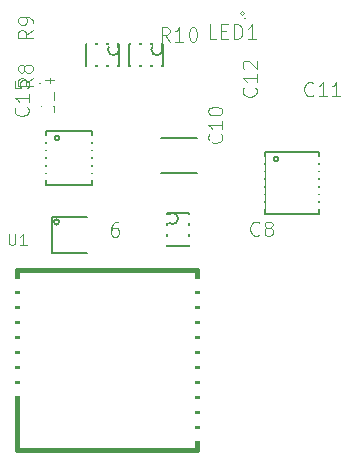
<source format=gbr>
G04 #@! TF.GenerationSoftware,KiCad,Pcbnew,(5.1.0)-1*
G04 #@! TF.CreationDate,2019-05-30T14:49:56+02:00*
G04 #@! TF.ProjectId,UWED,55574544-2e6b-4696-9361-645f70636258,rev?*
G04 #@! TF.SameCoordinates,Original*
G04 #@! TF.FileFunction,Legend,Top*
G04 #@! TF.FilePolarity,Positive*
%FSLAX46Y46*%
G04 Gerber Fmt 4.6, Leading zero omitted, Abs format (unit mm)*
G04 Created by KiCad (PCBNEW (5.1.0)-1) date 2019-05-30 14:49:56*
%MOMM*%
%LPD*%
G04 APERTURE LIST*
%ADD10C,0.125000*%
%ADD11C,0.063400*%
%ADD12C,0.127000*%
%ADD13C,0.406400*%
%ADD14C,0.101600*%
%ADD15C,0.081280*%
%ADD16R,1.703200X1.503200*%
%ADD17R,1.503200X1.703200*%
%ADD18R,1.403200X1.403200*%
%ADD19R,1.473200X0.622300*%
%ADD20R,0.711200X1.473200*%
%ADD21R,1.703200X0.623200*%
%ADD22R,1.473200X0.711200*%
%ADD23R,1.219200X2.235200*%
%ADD24R,4.013200X2.235200*%
%ADD25R,2.235200X2.235200*%
%ADD26R,1.703200X3.203200*%
%ADD27R,3.203200X1.703200*%
%ADD28R,1.703200X0.503200*%
%ADD29R,2.203200X2.703200*%
%ADD30R,1.703200X3.703200*%
%ADD31R,2.503200X3.703200*%
%ADD32C,0.100000*%
%ADD33C,1.016000*%
G04 APERTURE END LIST*
D10*
X153816900Y-92190600D02*
G75*
G03X153816900Y-92190600I-62500J0D01*
G01*
D11*
X153504400Y-91615600D02*
X153654400Y-91765600D01*
X153329400Y-91790600D02*
X153504400Y-91615600D01*
X153479400Y-91940600D02*
X153329400Y-91790600D01*
X153654400Y-91765600D02*
X153479400Y-91940600D01*
D12*
X155460600Y-108762640D02*
X155460600Y-103560960D01*
X160012040Y-108762640D02*
X155460600Y-108762640D01*
X160012040Y-103560960D02*
X160012040Y-108762640D01*
X155460600Y-103560960D02*
X160012040Y-103560960D01*
X156593840Y-104109600D02*
G75*
G03X156593840Y-104109600I-193440J0D01*
G01*
X143103500Y-94864000D02*
G75*
G03X143103500Y-94864000I-469900J0D01*
G01*
X140284100Y-94394100D02*
X143103500Y-94394100D01*
X140284100Y-96273700D02*
X140284100Y-94394100D01*
X143103500Y-96273700D02*
X140284100Y-96273700D01*
X143103500Y-94394100D02*
X143103500Y-96273700D01*
X146786500Y-94864000D02*
G75*
G03X146786500Y-94864000I-469900J0D01*
G01*
X143967100Y-94394100D02*
X146786500Y-94394100D01*
X143967100Y-96273700D02*
X143967100Y-94394100D01*
X146786500Y-96273700D02*
X143967100Y-96273700D01*
X146786500Y-94394100D02*
X146786500Y-96273700D01*
X149689600Y-105314200D02*
X146689600Y-105314200D01*
X146689600Y-102314200D02*
X149689600Y-102314200D01*
X148107300Y-109164200D02*
G75*
G03X148107300Y-109164200I-469900J0D01*
G01*
X147167500Y-111513700D02*
X147167500Y-108694300D01*
X149047100Y-111513700D02*
X147167500Y-111513700D01*
X149047100Y-108694300D02*
X149047100Y-111513700D01*
X147167500Y-108694300D02*
X149047100Y-108694300D01*
X136918600Y-106334640D02*
X136918600Y-101782960D01*
X140820040Y-106334640D02*
X136918600Y-106334640D01*
X140820040Y-101782960D02*
X140820040Y-106334640D01*
X136918600Y-101782960D02*
X140820040Y-101782960D01*
X138051840Y-102331600D02*
G75*
G03X138051840Y-102331600I-193440J0D01*
G01*
X138034206Y-109445200D02*
G75*
G03X138034206Y-109445200I-223606J0D01*
G01*
X137410600Y-112045200D02*
X137410600Y-109045200D01*
X140410600Y-112045200D02*
X137410600Y-112045200D01*
X137410600Y-109045200D02*
X140410600Y-109045200D01*
D13*
X149745600Y-113482200D02*
X149745600Y-128722200D01*
X134505600Y-113482200D02*
X149745600Y-113482200D01*
X134505600Y-128722200D02*
X134505600Y-113482200D01*
X134505600Y-128722200D02*
X149745600Y-128722200D01*
D14*
X151732242Y-102025469D02*
X151789695Y-102082921D01*
X151847147Y-102255279D01*
X151847147Y-102370183D01*
X151789695Y-102542540D01*
X151674790Y-102657445D01*
X151559885Y-102714898D01*
X151330076Y-102772350D01*
X151157719Y-102772350D01*
X150927909Y-102714898D01*
X150813004Y-102657445D01*
X150698100Y-102542540D01*
X150640647Y-102370183D01*
X150640647Y-102255279D01*
X150698100Y-102082921D01*
X150755552Y-102025469D01*
X151847147Y-100876421D02*
X151847147Y-101565850D01*
X151847147Y-101221136D02*
X150640647Y-101221136D01*
X150813004Y-101336040D01*
X150927909Y-101450945D01*
X150985361Y-101565850D01*
X150640647Y-100129540D02*
X150640647Y-100014636D01*
X150698100Y-99899731D01*
X150755552Y-99842279D01*
X150870457Y-99784826D01*
X151100266Y-99727374D01*
X151387528Y-99727374D01*
X151617338Y-99784826D01*
X151732242Y-99842279D01*
X151789695Y-99899731D01*
X151847147Y-100014636D01*
X151847147Y-100129540D01*
X151789695Y-100244445D01*
X151732242Y-100301898D01*
X151617338Y-100359350D01*
X151387528Y-100416802D01*
X151100266Y-100416802D01*
X150870457Y-100359350D01*
X150755552Y-100301898D01*
X150698100Y-100244445D01*
X150640647Y-100129540D01*
X159551330Y-98704842D02*
X159493878Y-98762295D01*
X159321520Y-98819747D01*
X159206616Y-98819747D01*
X159034259Y-98762295D01*
X158919354Y-98647390D01*
X158861901Y-98532485D01*
X158804449Y-98302676D01*
X158804449Y-98130319D01*
X158861901Y-97900509D01*
X158919354Y-97785604D01*
X159034259Y-97670700D01*
X159206616Y-97613247D01*
X159321520Y-97613247D01*
X159493878Y-97670700D01*
X159551330Y-97728152D01*
X160700378Y-98819747D02*
X160010949Y-98819747D01*
X160355663Y-98819747D02*
X160355663Y-97613247D01*
X160240759Y-97785604D01*
X160125854Y-97900509D01*
X160010949Y-97957961D01*
X161849425Y-98819747D02*
X161159997Y-98819747D01*
X161504711Y-98819747D02*
X161504711Y-97613247D01*
X161389806Y-97785604D01*
X161274901Y-97900509D01*
X161159997Y-97957961D01*
X154653242Y-98088469D02*
X154710695Y-98145921D01*
X154768147Y-98318279D01*
X154768147Y-98433183D01*
X154710695Y-98605540D01*
X154595790Y-98720445D01*
X154480885Y-98777898D01*
X154251076Y-98835350D01*
X154078719Y-98835350D01*
X153848909Y-98777898D01*
X153734004Y-98720445D01*
X153619100Y-98605540D01*
X153561647Y-98433183D01*
X153561647Y-98318279D01*
X153619100Y-98145921D01*
X153676552Y-98088469D01*
X154768147Y-96939421D02*
X154768147Y-97628850D01*
X154768147Y-97284136D02*
X153561647Y-97284136D01*
X153734004Y-97399040D01*
X153848909Y-97513945D01*
X153906361Y-97628850D01*
X153676552Y-96479802D02*
X153619100Y-96422350D01*
X153561647Y-96307445D01*
X153561647Y-96020183D01*
X153619100Y-95905279D01*
X153676552Y-95847826D01*
X153791457Y-95790374D01*
X153906361Y-95790374D01*
X154078719Y-95847826D01*
X154768147Y-96537255D01*
X154768147Y-95790374D01*
X137508242Y-99612469D02*
X137565695Y-99669921D01*
X137623147Y-99842279D01*
X137623147Y-99957183D01*
X137565695Y-100129540D01*
X137450790Y-100244445D01*
X137335885Y-100301898D01*
X137106076Y-100359350D01*
X136933719Y-100359350D01*
X136703909Y-100301898D01*
X136589004Y-100244445D01*
X136474100Y-100129540D01*
X136416647Y-99957183D01*
X136416647Y-99842279D01*
X136474100Y-99669921D01*
X136531552Y-99612469D01*
X137623147Y-98463421D02*
X137623147Y-99152850D01*
X137623147Y-98808136D02*
X136416647Y-98808136D01*
X136589004Y-98923040D01*
X136703909Y-99037945D01*
X136761361Y-99152850D01*
X136818814Y-97429279D02*
X137623147Y-97429279D01*
X136359195Y-97716540D02*
X137220980Y-98003802D01*
X137220980Y-97256921D01*
X135349242Y-99739469D02*
X135406695Y-99796921D01*
X135464147Y-99969279D01*
X135464147Y-100084183D01*
X135406695Y-100256540D01*
X135291790Y-100371445D01*
X135176885Y-100428898D01*
X134947076Y-100486350D01*
X134774719Y-100486350D01*
X134544909Y-100428898D01*
X134430004Y-100371445D01*
X134315100Y-100256540D01*
X134257647Y-100084183D01*
X134257647Y-99969279D01*
X134315100Y-99796921D01*
X134372552Y-99739469D01*
X135464147Y-98590421D02*
X135464147Y-99279850D01*
X135464147Y-98935136D02*
X134257647Y-98935136D01*
X134430004Y-99050040D01*
X134544909Y-99164945D01*
X134602361Y-99279850D01*
X134257647Y-97498826D02*
X134257647Y-98073350D01*
X134832171Y-98130802D01*
X134774719Y-98073350D01*
X134717266Y-97958445D01*
X134717266Y-97671183D01*
X134774719Y-97556279D01*
X134832171Y-97498826D01*
X134947076Y-97441374D01*
X135234338Y-97441374D01*
X135349242Y-97498826D01*
X135406695Y-97556279D01*
X135464147Y-97671183D01*
X135464147Y-97958445D01*
X135406695Y-98073350D01*
X135349242Y-98130802D01*
X154979330Y-110515842D02*
X154921878Y-110573295D01*
X154749520Y-110630747D01*
X154634616Y-110630747D01*
X154462259Y-110573295D01*
X154347354Y-110458390D01*
X154289901Y-110343485D01*
X154232449Y-110113676D01*
X154232449Y-109941319D01*
X154289901Y-109711509D01*
X154347354Y-109596604D01*
X154462259Y-109481700D01*
X154634616Y-109424247D01*
X154749520Y-109424247D01*
X154921878Y-109481700D01*
X154979330Y-109539152D01*
X155668759Y-109941319D02*
X155553854Y-109883866D01*
X155496401Y-109826414D01*
X155438949Y-109711509D01*
X155438949Y-109654057D01*
X155496401Y-109539152D01*
X155553854Y-109481700D01*
X155668759Y-109424247D01*
X155898568Y-109424247D01*
X156013473Y-109481700D01*
X156070925Y-109539152D01*
X156128378Y-109654057D01*
X156128378Y-109711509D01*
X156070925Y-109826414D01*
X156013473Y-109883866D01*
X155898568Y-109941319D01*
X155668759Y-109941319D01*
X155553854Y-109998771D01*
X155496401Y-110056223D01*
X155438949Y-110171128D01*
X155438949Y-110400938D01*
X155496401Y-110515842D01*
X155553854Y-110573295D01*
X155668759Y-110630747D01*
X155898568Y-110630747D01*
X156013473Y-110573295D01*
X156070925Y-110515842D01*
X156128378Y-110400938D01*
X156128378Y-110171128D01*
X156070925Y-110056223D01*
X156013473Y-109998771D01*
X155898568Y-109941319D01*
X151351312Y-93939647D02*
X150776788Y-93939647D01*
X150776788Y-92733147D01*
X151753479Y-93307671D02*
X152155645Y-93307671D01*
X152328002Y-93939647D02*
X151753479Y-93939647D01*
X151753479Y-92733147D01*
X152328002Y-92733147D01*
X152845074Y-93939647D02*
X152845074Y-92733147D01*
X153132336Y-92733147D01*
X153304693Y-92790600D01*
X153419598Y-92905504D01*
X153477050Y-93020409D01*
X153534502Y-93250219D01*
X153534502Y-93422576D01*
X153477050Y-93652385D01*
X153419598Y-93767290D01*
X153304693Y-93882195D01*
X153132336Y-93939647D01*
X152845074Y-93939647D01*
X154683550Y-93939647D02*
X153994121Y-93939647D01*
X154338836Y-93939647D02*
X154338836Y-92733147D01*
X154223931Y-92905504D01*
X154109026Y-93020409D01*
X153994121Y-93077861D01*
X147405655Y-94184247D02*
X147003488Y-93609723D01*
X146716226Y-94184247D02*
X146716226Y-92977747D01*
X147175845Y-92977747D01*
X147290750Y-93035200D01*
X147348202Y-93092652D01*
X147405655Y-93207557D01*
X147405655Y-93379914D01*
X147348202Y-93494819D01*
X147290750Y-93552271D01*
X147175845Y-93609723D01*
X146716226Y-93609723D01*
X148554702Y-94184247D02*
X147865274Y-94184247D01*
X148209988Y-94184247D02*
X148209988Y-92977747D01*
X148095083Y-93150104D01*
X147980179Y-93265009D01*
X147865274Y-93322461D01*
X149301583Y-92977747D02*
X149416488Y-92977747D01*
X149531393Y-93035200D01*
X149588845Y-93092652D01*
X149646298Y-93207557D01*
X149703750Y-93437366D01*
X149703750Y-93724628D01*
X149646298Y-93954438D01*
X149588845Y-94069342D01*
X149531393Y-94126795D01*
X149416488Y-94184247D01*
X149301583Y-94184247D01*
X149186679Y-94126795D01*
X149129226Y-94069342D01*
X149071774Y-93954438D01*
X149014321Y-93724628D01*
X149014321Y-93437366D01*
X149071774Y-93207557D01*
X149129226Y-93092652D01*
X149186679Y-93035200D01*
X149301583Y-92977747D01*
X141950702Y-110694247D02*
X141548536Y-110119723D01*
X141261274Y-110694247D02*
X141261274Y-109487747D01*
X141720893Y-109487747D01*
X141835798Y-109545200D01*
X141893250Y-109602652D01*
X141950702Y-109717557D01*
X141950702Y-109889914D01*
X141893250Y-110004819D01*
X141835798Y-110062271D01*
X141720893Y-110119723D01*
X141261274Y-110119723D01*
X142984845Y-109487747D02*
X142755036Y-109487747D01*
X142640131Y-109545200D01*
X142582679Y-109602652D01*
X142467774Y-109775009D01*
X142410321Y-110004819D01*
X142410321Y-110464438D01*
X142467774Y-110579342D01*
X142525226Y-110636795D01*
X142640131Y-110694247D01*
X142869940Y-110694247D01*
X142984845Y-110636795D01*
X143042298Y-110579342D01*
X143099750Y-110464438D01*
X143099750Y-110177176D01*
X143042298Y-110062271D01*
X142984845Y-110004819D01*
X142869940Y-109947366D01*
X142640131Y-109947366D01*
X142525226Y-110004819D01*
X142467774Y-110062271D01*
X142410321Y-110177176D01*
X135781647Y-97274097D02*
X135207123Y-97676263D01*
X135781647Y-97963525D02*
X134575147Y-97963525D01*
X134575147Y-97503906D01*
X134632600Y-97389001D01*
X134690052Y-97331549D01*
X134804957Y-97274097D01*
X134977314Y-97274097D01*
X135092219Y-97331549D01*
X135149671Y-97389001D01*
X135207123Y-97503906D01*
X135207123Y-97963525D01*
X135092219Y-96584668D02*
X135034766Y-96699573D01*
X134977314Y-96757025D01*
X134862409Y-96814478D01*
X134804957Y-96814478D01*
X134690052Y-96757025D01*
X134632600Y-96699573D01*
X134575147Y-96584668D01*
X134575147Y-96354859D01*
X134632600Y-96239954D01*
X134690052Y-96182501D01*
X134804957Y-96125049D01*
X134862409Y-96125049D01*
X134977314Y-96182501D01*
X135034766Y-96239954D01*
X135092219Y-96354859D01*
X135092219Y-96584668D01*
X135149671Y-96699573D01*
X135207123Y-96757025D01*
X135322028Y-96814478D01*
X135551838Y-96814478D01*
X135666742Y-96757025D01*
X135724195Y-96699573D01*
X135781647Y-96584668D01*
X135781647Y-96354859D01*
X135724195Y-96239954D01*
X135666742Y-96182501D01*
X135551838Y-96125049D01*
X135322028Y-96125049D01*
X135207123Y-96182501D01*
X135149671Y-96239954D01*
X135092219Y-96354859D01*
X135781647Y-93210097D02*
X135207123Y-93612263D01*
X135781647Y-93899525D02*
X134575147Y-93899525D01*
X134575147Y-93439906D01*
X134632600Y-93325001D01*
X134690052Y-93267549D01*
X134804957Y-93210097D01*
X134977314Y-93210097D01*
X135092219Y-93267549D01*
X135149671Y-93325001D01*
X135207123Y-93439906D01*
X135207123Y-93899525D01*
X135781647Y-92635573D02*
X135781647Y-92405763D01*
X135724195Y-92290859D01*
X135666742Y-92233406D01*
X135494385Y-92118501D01*
X135264576Y-92061049D01*
X134804957Y-92061049D01*
X134690052Y-92118501D01*
X134632600Y-92175954D01*
X134575147Y-92290859D01*
X134575147Y-92520668D01*
X134632600Y-92635573D01*
X134690052Y-92693025D01*
X134804957Y-92750478D01*
X135092219Y-92750478D01*
X135207123Y-92693025D01*
X135264576Y-92635573D01*
X135322028Y-92520668D01*
X135322028Y-92290859D01*
X135264576Y-92175954D01*
X135207123Y-92118501D01*
X135092219Y-92061049D01*
D15*
X133772241Y-110439038D02*
X133772241Y-111220390D01*
X133818203Y-111312314D01*
X133864165Y-111358276D01*
X133956089Y-111404238D01*
X134139936Y-111404238D01*
X134231860Y-111358276D01*
X134277822Y-111312314D01*
X134323784Y-111220390D01*
X134323784Y-110439038D01*
X135288984Y-111404238D02*
X134737441Y-111404238D01*
X135013212Y-111404238D02*
X135013212Y-110439038D01*
X134921289Y-110576923D01*
X134829365Y-110668847D01*
X134737441Y-110714809D01*
%LPC*%
D16*
X153174600Y-100848200D03*
X153174600Y-102748200D03*
D17*
X160728600Y-100147200D03*
X158828600Y-100147200D03*
D16*
X156095600Y-96911200D03*
X156095600Y-98811200D03*
X138950600Y-98435200D03*
X138950600Y-100335200D03*
X136791600Y-98562200D03*
X136791600Y-100462200D03*
D17*
X156156600Y-111958200D03*
X154256600Y-111958200D03*
D18*
X152429400Y-91790600D03*
X154529400Y-91790600D03*
D17*
X148414600Y-91765200D03*
X150314600Y-91765200D03*
X141810600Y-108275200D03*
X143710600Y-108275200D03*
D16*
X133362600Y-97414200D03*
X133362600Y-95514200D03*
X133362600Y-93350200D03*
X133362600Y-91450200D03*
D19*
X160662040Y-104211200D03*
X160662040Y-104861200D03*
X160662040Y-105511200D03*
X160662040Y-106161440D03*
X160662040Y-106811681D03*
X160662040Y-107461918D03*
X160662040Y-108112159D03*
X154812041Y-108112400D03*
X154810600Y-107462400D03*
X154810600Y-106812159D03*
X154810600Y-106161918D03*
X154810600Y-105511681D03*
X154810600Y-104861440D03*
X154810600Y-104211200D03*
D20*
X142633600Y-96743600D03*
X141693800Y-96743600D03*
X140754000Y-96743600D03*
X140754000Y-93924200D03*
X141693800Y-93924200D03*
X142633600Y-93924200D03*
X146316600Y-96743600D03*
X145376800Y-96743600D03*
X144437000Y-96743600D03*
X144437000Y-93924200D03*
X145376800Y-93924200D03*
X146316600Y-93924200D03*
D21*
X150089600Y-102814200D03*
X150089600Y-103464200D03*
X150089600Y-104114200D03*
X150089600Y-104764200D03*
X146189600Y-104764200D03*
X146189600Y-104114200D03*
X146189600Y-103464200D03*
X146189600Y-102814200D03*
D22*
X149517000Y-109164200D03*
X149517000Y-110104000D03*
X149517000Y-111043800D03*
X146697600Y-111043800D03*
X146697600Y-110104000D03*
X146697600Y-109164200D03*
D23*
X148983600Y-89352200D03*
D24*
X152793600Y-89352200D03*
X145173600Y-89352200D03*
D25*
X150761600Y-81732200D03*
X147205600Y-81732200D03*
D26*
X152174600Y-126817200D03*
X154174600Y-126817200D03*
D19*
X140820040Y-102433200D03*
X140820040Y-103083440D03*
X140820040Y-103733681D03*
X140820040Y-104383918D03*
X140820040Y-105034159D03*
X140820040Y-105684400D03*
X136918600Y-105684400D03*
X136918600Y-105034159D03*
X136918600Y-104383918D03*
X136918600Y-103733681D03*
X136918600Y-103083440D03*
X136918600Y-102433200D03*
D27*
X157365600Y-84002200D03*
X157365600Y-82002200D03*
D26*
X158238600Y-126817200D03*
X156238600Y-126817200D03*
X162429600Y-126817200D03*
X160429600Y-126817200D03*
D27*
X161302600Y-121213200D03*
X161302600Y-119213200D03*
X161302600Y-115022200D03*
X161302600Y-117022200D03*
D28*
X141410600Y-109545200D03*
X141410600Y-110045200D03*
X141410600Y-110545200D03*
X141410600Y-111045200D03*
X141410600Y-111545200D03*
X136410600Y-111545200D03*
X136410600Y-111045200D03*
X136410600Y-110545200D03*
X136410600Y-110045200D03*
X136410600Y-109545200D03*
D29*
X137045600Y-91492200D03*
D30*
X133545600Y-83692200D03*
X140645600Y-82692200D03*
D31*
X133445600Y-88192200D03*
X140745600Y-89192200D03*
D32*
G36*
X150196813Y-126946402D02*
G01*
X150241195Y-126952985D01*
X150284718Y-126963887D01*
X150326963Y-126979002D01*
X150367523Y-126998186D01*
X150406007Y-127021252D01*
X150442045Y-127047980D01*
X150475289Y-127078111D01*
X150505420Y-127111355D01*
X150532148Y-127147393D01*
X150555214Y-127185877D01*
X150574398Y-127226437D01*
X150589513Y-127268682D01*
X150600415Y-127312205D01*
X150606998Y-127356587D01*
X150609200Y-127401400D01*
X150609200Y-127503000D01*
X150606998Y-127547813D01*
X150600415Y-127592195D01*
X150589513Y-127635718D01*
X150574398Y-127677963D01*
X150555214Y-127718523D01*
X150532148Y-127757007D01*
X150505420Y-127793045D01*
X150475289Y-127826289D01*
X150442045Y-127856420D01*
X150406007Y-127883148D01*
X150367523Y-127906214D01*
X150326963Y-127925398D01*
X150284718Y-127940513D01*
X150241195Y-127951415D01*
X150196813Y-127957998D01*
X150152000Y-127960200D01*
X147510400Y-127960200D01*
X147465587Y-127957998D01*
X147421205Y-127951415D01*
X147377682Y-127940513D01*
X147335437Y-127925398D01*
X147294877Y-127906214D01*
X147256393Y-127883148D01*
X147220355Y-127856420D01*
X147187111Y-127826289D01*
X147156980Y-127793045D01*
X147130252Y-127757007D01*
X147107186Y-127718523D01*
X147088002Y-127677963D01*
X147072887Y-127635718D01*
X147061985Y-127592195D01*
X147055402Y-127547813D01*
X147053200Y-127503000D01*
X147053200Y-127401400D01*
X147055402Y-127356587D01*
X147061985Y-127312205D01*
X147072887Y-127268682D01*
X147088002Y-127226437D01*
X147107186Y-127185877D01*
X147130252Y-127147393D01*
X147156980Y-127111355D01*
X147187111Y-127078111D01*
X147220355Y-127047980D01*
X147256393Y-127021252D01*
X147294877Y-126998186D01*
X147335437Y-126979002D01*
X147377682Y-126963887D01*
X147421205Y-126952985D01*
X147465587Y-126946402D01*
X147510400Y-126944200D01*
X150152000Y-126944200D01*
X150196813Y-126946402D01*
X150196813Y-126946402D01*
G37*
D33*
X148831200Y-127452200D03*
D32*
G36*
X150196813Y-125676402D02*
G01*
X150241195Y-125682985D01*
X150284718Y-125693887D01*
X150326963Y-125709002D01*
X150367523Y-125728186D01*
X150406007Y-125751252D01*
X150442045Y-125777980D01*
X150475289Y-125808111D01*
X150505420Y-125841355D01*
X150532148Y-125877393D01*
X150555214Y-125915877D01*
X150574398Y-125956437D01*
X150589513Y-125998682D01*
X150600415Y-126042205D01*
X150606998Y-126086587D01*
X150609200Y-126131400D01*
X150609200Y-126233000D01*
X150606998Y-126277813D01*
X150600415Y-126322195D01*
X150589513Y-126365718D01*
X150574398Y-126407963D01*
X150555214Y-126448523D01*
X150532148Y-126487007D01*
X150505420Y-126523045D01*
X150475289Y-126556289D01*
X150442045Y-126586420D01*
X150406007Y-126613148D01*
X150367523Y-126636214D01*
X150326963Y-126655398D01*
X150284718Y-126670513D01*
X150241195Y-126681415D01*
X150196813Y-126687998D01*
X150152000Y-126690200D01*
X147510400Y-126690200D01*
X147465587Y-126687998D01*
X147421205Y-126681415D01*
X147377682Y-126670513D01*
X147335437Y-126655398D01*
X147294877Y-126636214D01*
X147256393Y-126613148D01*
X147220355Y-126586420D01*
X147187111Y-126556289D01*
X147156980Y-126523045D01*
X147130252Y-126487007D01*
X147107186Y-126448523D01*
X147088002Y-126407963D01*
X147072887Y-126365718D01*
X147061985Y-126322195D01*
X147055402Y-126277813D01*
X147053200Y-126233000D01*
X147053200Y-126131400D01*
X147055402Y-126086587D01*
X147061985Y-126042205D01*
X147072887Y-125998682D01*
X147088002Y-125956437D01*
X147107186Y-125915877D01*
X147130252Y-125877393D01*
X147156980Y-125841355D01*
X147187111Y-125808111D01*
X147220355Y-125777980D01*
X147256393Y-125751252D01*
X147294877Y-125728186D01*
X147335437Y-125709002D01*
X147377682Y-125693887D01*
X147421205Y-125682985D01*
X147465587Y-125676402D01*
X147510400Y-125674200D01*
X150152000Y-125674200D01*
X150196813Y-125676402D01*
X150196813Y-125676402D01*
G37*
D33*
X148831200Y-126182200D03*
D32*
G36*
X150196813Y-124406402D02*
G01*
X150241195Y-124412985D01*
X150284718Y-124423887D01*
X150326963Y-124439002D01*
X150367523Y-124458186D01*
X150406007Y-124481252D01*
X150442045Y-124507980D01*
X150475289Y-124538111D01*
X150505420Y-124571355D01*
X150532148Y-124607393D01*
X150555214Y-124645877D01*
X150574398Y-124686437D01*
X150589513Y-124728682D01*
X150600415Y-124772205D01*
X150606998Y-124816587D01*
X150609200Y-124861400D01*
X150609200Y-124963000D01*
X150606998Y-125007813D01*
X150600415Y-125052195D01*
X150589513Y-125095718D01*
X150574398Y-125137963D01*
X150555214Y-125178523D01*
X150532148Y-125217007D01*
X150505420Y-125253045D01*
X150475289Y-125286289D01*
X150442045Y-125316420D01*
X150406007Y-125343148D01*
X150367523Y-125366214D01*
X150326963Y-125385398D01*
X150284718Y-125400513D01*
X150241195Y-125411415D01*
X150196813Y-125417998D01*
X150152000Y-125420200D01*
X147510400Y-125420200D01*
X147465587Y-125417998D01*
X147421205Y-125411415D01*
X147377682Y-125400513D01*
X147335437Y-125385398D01*
X147294877Y-125366214D01*
X147256393Y-125343148D01*
X147220355Y-125316420D01*
X147187111Y-125286289D01*
X147156980Y-125253045D01*
X147130252Y-125217007D01*
X147107186Y-125178523D01*
X147088002Y-125137963D01*
X147072887Y-125095718D01*
X147061985Y-125052195D01*
X147055402Y-125007813D01*
X147053200Y-124963000D01*
X147053200Y-124861400D01*
X147055402Y-124816587D01*
X147061985Y-124772205D01*
X147072887Y-124728682D01*
X147088002Y-124686437D01*
X147107186Y-124645877D01*
X147130252Y-124607393D01*
X147156980Y-124571355D01*
X147187111Y-124538111D01*
X147220355Y-124507980D01*
X147256393Y-124481252D01*
X147294877Y-124458186D01*
X147335437Y-124439002D01*
X147377682Y-124423887D01*
X147421205Y-124412985D01*
X147465587Y-124406402D01*
X147510400Y-124404200D01*
X150152000Y-124404200D01*
X150196813Y-124406402D01*
X150196813Y-124406402D01*
G37*
D33*
X148831200Y-124912200D03*
D32*
G36*
X150196813Y-123136402D02*
G01*
X150241195Y-123142985D01*
X150284718Y-123153887D01*
X150326963Y-123169002D01*
X150367523Y-123188186D01*
X150406007Y-123211252D01*
X150442045Y-123237980D01*
X150475289Y-123268111D01*
X150505420Y-123301355D01*
X150532148Y-123337393D01*
X150555214Y-123375877D01*
X150574398Y-123416437D01*
X150589513Y-123458682D01*
X150600415Y-123502205D01*
X150606998Y-123546587D01*
X150609200Y-123591400D01*
X150609200Y-123693000D01*
X150606998Y-123737813D01*
X150600415Y-123782195D01*
X150589513Y-123825718D01*
X150574398Y-123867963D01*
X150555214Y-123908523D01*
X150532148Y-123947007D01*
X150505420Y-123983045D01*
X150475289Y-124016289D01*
X150442045Y-124046420D01*
X150406007Y-124073148D01*
X150367523Y-124096214D01*
X150326963Y-124115398D01*
X150284718Y-124130513D01*
X150241195Y-124141415D01*
X150196813Y-124147998D01*
X150152000Y-124150200D01*
X147510400Y-124150200D01*
X147465587Y-124147998D01*
X147421205Y-124141415D01*
X147377682Y-124130513D01*
X147335437Y-124115398D01*
X147294877Y-124096214D01*
X147256393Y-124073148D01*
X147220355Y-124046420D01*
X147187111Y-124016289D01*
X147156980Y-123983045D01*
X147130252Y-123947007D01*
X147107186Y-123908523D01*
X147088002Y-123867963D01*
X147072887Y-123825718D01*
X147061985Y-123782195D01*
X147055402Y-123737813D01*
X147053200Y-123693000D01*
X147053200Y-123591400D01*
X147055402Y-123546587D01*
X147061985Y-123502205D01*
X147072887Y-123458682D01*
X147088002Y-123416437D01*
X147107186Y-123375877D01*
X147130252Y-123337393D01*
X147156980Y-123301355D01*
X147187111Y-123268111D01*
X147220355Y-123237980D01*
X147256393Y-123211252D01*
X147294877Y-123188186D01*
X147335437Y-123169002D01*
X147377682Y-123153887D01*
X147421205Y-123142985D01*
X147465587Y-123136402D01*
X147510400Y-123134200D01*
X150152000Y-123134200D01*
X150196813Y-123136402D01*
X150196813Y-123136402D01*
G37*
D33*
X148831200Y-123642200D03*
D32*
G36*
X150196813Y-121866402D02*
G01*
X150241195Y-121872985D01*
X150284718Y-121883887D01*
X150326963Y-121899002D01*
X150367523Y-121918186D01*
X150406007Y-121941252D01*
X150442045Y-121967980D01*
X150475289Y-121998111D01*
X150505420Y-122031355D01*
X150532148Y-122067393D01*
X150555214Y-122105877D01*
X150574398Y-122146437D01*
X150589513Y-122188682D01*
X150600415Y-122232205D01*
X150606998Y-122276587D01*
X150609200Y-122321400D01*
X150609200Y-122423000D01*
X150606998Y-122467813D01*
X150600415Y-122512195D01*
X150589513Y-122555718D01*
X150574398Y-122597963D01*
X150555214Y-122638523D01*
X150532148Y-122677007D01*
X150505420Y-122713045D01*
X150475289Y-122746289D01*
X150442045Y-122776420D01*
X150406007Y-122803148D01*
X150367523Y-122826214D01*
X150326963Y-122845398D01*
X150284718Y-122860513D01*
X150241195Y-122871415D01*
X150196813Y-122877998D01*
X150152000Y-122880200D01*
X147510400Y-122880200D01*
X147465587Y-122877998D01*
X147421205Y-122871415D01*
X147377682Y-122860513D01*
X147335437Y-122845398D01*
X147294877Y-122826214D01*
X147256393Y-122803148D01*
X147220355Y-122776420D01*
X147187111Y-122746289D01*
X147156980Y-122713045D01*
X147130252Y-122677007D01*
X147107186Y-122638523D01*
X147088002Y-122597963D01*
X147072887Y-122555718D01*
X147061985Y-122512195D01*
X147055402Y-122467813D01*
X147053200Y-122423000D01*
X147053200Y-122321400D01*
X147055402Y-122276587D01*
X147061985Y-122232205D01*
X147072887Y-122188682D01*
X147088002Y-122146437D01*
X147107186Y-122105877D01*
X147130252Y-122067393D01*
X147156980Y-122031355D01*
X147187111Y-121998111D01*
X147220355Y-121967980D01*
X147256393Y-121941252D01*
X147294877Y-121918186D01*
X147335437Y-121899002D01*
X147377682Y-121883887D01*
X147421205Y-121872985D01*
X147465587Y-121866402D01*
X147510400Y-121864200D01*
X150152000Y-121864200D01*
X150196813Y-121866402D01*
X150196813Y-121866402D01*
G37*
D33*
X148831200Y-122372200D03*
D32*
G36*
X150196813Y-120596402D02*
G01*
X150241195Y-120602985D01*
X150284718Y-120613887D01*
X150326963Y-120629002D01*
X150367523Y-120648186D01*
X150406007Y-120671252D01*
X150442045Y-120697980D01*
X150475289Y-120728111D01*
X150505420Y-120761355D01*
X150532148Y-120797393D01*
X150555214Y-120835877D01*
X150574398Y-120876437D01*
X150589513Y-120918682D01*
X150600415Y-120962205D01*
X150606998Y-121006587D01*
X150609200Y-121051400D01*
X150609200Y-121153000D01*
X150606998Y-121197813D01*
X150600415Y-121242195D01*
X150589513Y-121285718D01*
X150574398Y-121327963D01*
X150555214Y-121368523D01*
X150532148Y-121407007D01*
X150505420Y-121443045D01*
X150475289Y-121476289D01*
X150442045Y-121506420D01*
X150406007Y-121533148D01*
X150367523Y-121556214D01*
X150326963Y-121575398D01*
X150284718Y-121590513D01*
X150241195Y-121601415D01*
X150196813Y-121607998D01*
X150152000Y-121610200D01*
X147510400Y-121610200D01*
X147465587Y-121607998D01*
X147421205Y-121601415D01*
X147377682Y-121590513D01*
X147335437Y-121575398D01*
X147294877Y-121556214D01*
X147256393Y-121533148D01*
X147220355Y-121506420D01*
X147187111Y-121476289D01*
X147156980Y-121443045D01*
X147130252Y-121407007D01*
X147107186Y-121368523D01*
X147088002Y-121327963D01*
X147072887Y-121285718D01*
X147061985Y-121242195D01*
X147055402Y-121197813D01*
X147053200Y-121153000D01*
X147053200Y-121051400D01*
X147055402Y-121006587D01*
X147061985Y-120962205D01*
X147072887Y-120918682D01*
X147088002Y-120876437D01*
X147107186Y-120835877D01*
X147130252Y-120797393D01*
X147156980Y-120761355D01*
X147187111Y-120728111D01*
X147220355Y-120697980D01*
X147256393Y-120671252D01*
X147294877Y-120648186D01*
X147335437Y-120629002D01*
X147377682Y-120613887D01*
X147421205Y-120602985D01*
X147465587Y-120596402D01*
X147510400Y-120594200D01*
X150152000Y-120594200D01*
X150196813Y-120596402D01*
X150196813Y-120596402D01*
G37*
D33*
X148831200Y-121102200D03*
D32*
G36*
X150196813Y-119326402D02*
G01*
X150241195Y-119332985D01*
X150284718Y-119343887D01*
X150326963Y-119359002D01*
X150367523Y-119378186D01*
X150406007Y-119401252D01*
X150442045Y-119427980D01*
X150475289Y-119458111D01*
X150505420Y-119491355D01*
X150532148Y-119527393D01*
X150555214Y-119565877D01*
X150574398Y-119606437D01*
X150589513Y-119648682D01*
X150600415Y-119692205D01*
X150606998Y-119736587D01*
X150609200Y-119781400D01*
X150609200Y-119883000D01*
X150606998Y-119927813D01*
X150600415Y-119972195D01*
X150589513Y-120015718D01*
X150574398Y-120057963D01*
X150555214Y-120098523D01*
X150532148Y-120137007D01*
X150505420Y-120173045D01*
X150475289Y-120206289D01*
X150442045Y-120236420D01*
X150406007Y-120263148D01*
X150367523Y-120286214D01*
X150326963Y-120305398D01*
X150284718Y-120320513D01*
X150241195Y-120331415D01*
X150196813Y-120337998D01*
X150152000Y-120340200D01*
X147510400Y-120340200D01*
X147465587Y-120337998D01*
X147421205Y-120331415D01*
X147377682Y-120320513D01*
X147335437Y-120305398D01*
X147294877Y-120286214D01*
X147256393Y-120263148D01*
X147220355Y-120236420D01*
X147187111Y-120206289D01*
X147156980Y-120173045D01*
X147130252Y-120137007D01*
X147107186Y-120098523D01*
X147088002Y-120057963D01*
X147072887Y-120015718D01*
X147061985Y-119972195D01*
X147055402Y-119927813D01*
X147053200Y-119883000D01*
X147053200Y-119781400D01*
X147055402Y-119736587D01*
X147061985Y-119692205D01*
X147072887Y-119648682D01*
X147088002Y-119606437D01*
X147107186Y-119565877D01*
X147130252Y-119527393D01*
X147156980Y-119491355D01*
X147187111Y-119458111D01*
X147220355Y-119427980D01*
X147256393Y-119401252D01*
X147294877Y-119378186D01*
X147335437Y-119359002D01*
X147377682Y-119343887D01*
X147421205Y-119332985D01*
X147465587Y-119326402D01*
X147510400Y-119324200D01*
X150152000Y-119324200D01*
X150196813Y-119326402D01*
X150196813Y-119326402D01*
G37*
D33*
X148831200Y-119832200D03*
D32*
G36*
X150196813Y-118056402D02*
G01*
X150241195Y-118062985D01*
X150284718Y-118073887D01*
X150326963Y-118089002D01*
X150367523Y-118108186D01*
X150406007Y-118131252D01*
X150442045Y-118157980D01*
X150475289Y-118188111D01*
X150505420Y-118221355D01*
X150532148Y-118257393D01*
X150555214Y-118295877D01*
X150574398Y-118336437D01*
X150589513Y-118378682D01*
X150600415Y-118422205D01*
X150606998Y-118466587D01*
X150609200Y-118511400D01*
X150609200Y-118613000D01*
X150606998Y-118657813D01*
X150600415Y-118702195D01*
X150589513Y-118745718D01*
X150574398Y-118787963D01*
X150555214Y-118828523D01*
X150532148Y-118867007D01*
X150505420Y-118903045D01*
X150475289Y-118936289D01*
X150442045Y-118966420D01*
X150406007Y-118993148D01*
X150367523Y-119016214D01*
X150326963Y-119035398D01*
X150284718Y-119050513D01*
X150241195Y-119061415D01*
X150196813Y-119067998D01*
X150152000Y-119070200D01*
X147510400Y-119070200D01*
X147465587Y-119067998D01*
X147421205Y-119061415D01*
X147377682Y-119050513D01*
X147335437Y-119035398D01*
X147294877Y-119016214D01*
X147256393Y-118993148D01*
X147220355Y-118966420D01*
X147187111Y-118936289D01*
X147156980Y-118903045D01*
X147130252Y-118867007D01*
X147107186Y-118828523D01*
X147088002Y-118787963D01*
X147072887Y-118745718D01*
X147061985Y-118702195D01*
X147055402Y-118657813D01*
X147053200Y-118613000D01*
X147053200Y-118511400D01*
X147055402Y-118466587D01*
X147061985Y-118422205D01*
X147072887Y-118378682D01*
X147088002Y-118336437D01*
X147107186Y-118295877D01*
X147130252Y-118257393D01*
X147156980Y-118221355D01*
X147187111Y-118188111D01*
X147220355Y-118157980D01*
X147256393Y-118131252D01*
X147294877Y-118108186D01*
X147335437Y-118089002D01*
X147377682Y-118073887D01*
X147421205Y-118062985D01*
X147465587Y-118056402D01*
X147510400Y-118054200D01*
X150152000Y-118054200D01*
X150196813Y-118056402D01*
X150196813Y-118056402D01*
G37*
D33*
X148831200Y-118562200D03*
D32*
G36*
X150196813Y-116786402D02*
G01*
X150241195Y-116792985D01*
X150284718Y-116803887D01*
X150326963Y-116819002D01*
X150367523Y-116838186D01*
X150406007Y-116861252D01*
X150442045Y-116887980D01*
X150475289Y-116918111D01*
X150505420Y-116951355D01*
X150532148Y-116987393D01*
X150555214Y-117025877D01*
X150574398Y-117066437D01*
X150589513Y-117108682D01*
X150600415Y-117152205D01*
X150606998Y-117196587D01*
X150609200Y-117241400D01*
X150609200Y-117343000D01*
X150606998Y-117387813D01*
X150600415Y-117432195D01*
X150589513Y-117475718D01*
X150574398Y-117517963D01*
X150555214Y-117558523D01*
X150532148Y-117597007D01*
X150505420Y-117633045D01*
X150475289Y-117666289D01*
X150442045Y-117696420D01*
X150406007Y-117723148D01*
X150367523Y-117746214D01*
X150326963Y-117765398D01*
X150284718Y-117780513D01*
X150241195Y-117791415D01*
X150196813Y-117797998D01*
X150152000Y-117800200D01*
X147510400Y-117800200D01*
X147465587Y-117797998D01*
X147421205Y-117791415D01*
X147377682Y-117780513D01*
X147335437Y-117765398D01*
X147294877Y-117746214D01*
X147256393Y-117723148D01*
X147220355Y-117696420D01*
X147187111Y-117666289D01*
X147156980Y-117633045D01*
X147130252Y-117597007D01*
X147107186Y-117558523D01*
X147088002Y-117517963D01*
X147072887Y-117475718D01*
X147061985Y-117432195D01*
X147055402Y-117387813D01*
X147053200Y-117343000D01*
X147053200Y-117241400D01*
X147055402Y-117196587D01*
X147061985Y-117152205D01*
X147072887Y-117108682D01*
X147088002Y-117066437D01*
X147107186Y-117025877D01*
X147130252Y-116987393D01*
X147156980Y-116951355D01*
X147187111Y-116918111D01*
X147220355Y-116887980D01*
X147256393Y-116861252D01*
X147294877Y-116838186D01*
X147335437Y-116819002D01*
X147377682Y-116803887D01*
X147421205Y-116792985D01*
X147465587Y-116786402D01*
X147510400Y-116784200D01*
X150152000Y-116784200D01*
X150196813Y-116786402D01*
X150196813Y-116786402D01*
G37*
D33*
X148831200Y-117292200D03*
D32*
G36*
X150196813Y-115516402D02*
G01*
X150241195Y-115522985D01*
X150284718Y-115533887D01*
X150326963Y-115549002D01*
X150367523Y-115568186D01*
X150406007Y-115591252D01*
X150442045Y-115617980D01*
X150475289Y-115648111D01*
X150505420Y-115681355D01*
X150532148Y-115717393D01*
X150555214Y-115755877D01*
X150574398Y-115796437D01*
X150589513Y-115838682D01*
X150600415Y-115882205D01*
X150606998Y-115926587D01*
X150609200Y-115971400D01*
X150609200Y-116073000D01*
X150606998Y-116117813D01*
X150600415Y-116162195D01*
X150589513Y-116205718D01*
X150574398Y-116247963D01*
X150555214Y-116288523D01*
X150532148Y-116327007D01*
X150505420Y-116363045D01*
X150475289Y-116396289D01*
X150442045Y-116426420D01*
X150406007Y-116453148D01*
X150367523Y-116476214D01*
X150326963Y-116495398D01*
X150284718Y-116510513D01*
X150241195Y-116521415D01*
X150196813Y-116527998D01*
X150152000Y-116530200D01*
X147510400Y-116530200D01*
X147465587Y-116527998D01*
X147421205Y-116521415D01*
X147377682Y-116510513D01*
X147335437Y-116495398D01*
X147294877Y-116476214D01*
X147256393Y-116453148D01*
X147220355Y-116426420D01*
X147187111Y-116396289D01*
X147156980Y-116363045D01*
X147130252Y-116327007D01*
X147107186Y-116288523D01*
X147088002Y-116247963D01*
X147072887Y-116205718D01*
X147061985Y-116162195D01*
X147055402Y-116117813D01*
X147053200Y-116073000D01*
X147053200Y-115971400D01*
X147055402Y-115926587D01*
X147061985Y-115882205D01*
X147072887Y-115838682D01*
X147088002Y-115796437D01*
X147107186Y-115755877D01*
X147130252Y-115717393D01*
X147156980Y-115681355D01*
X147187111Y-115648111D01*
X147220355Y-115617980D01*
X147256393Y-115591252D01*
X147294877Y-115568186D01*
X147335437Y-115549002D01*
X147377682Y-115533887D01*
X147421205Y-115522985D01*
X147465587Y-115516402D01*
X147510400Y-115514200D01*
X150152000Y-115514200D01*
X150196813Y-115516402D01*
X150196813Y-115516402D01*
G37*
D33*
X148831200Y-116022200D03*
D32*
G36*
X150196813Y-114246402D02*
G01*
X150241195Y-114252985D01*
X150284718Y-114263887D01*
X150326963Y-114279002D01*
X150367523Y-114298186D01*
X150406007Y-114321252D01*
X150442045Y-114347980D01*
X150475289Y-114378111D01*
X150505420Y-114411355D01*
X150532148Y-114447393D01*
X150555214Y-114485877D01*
X150574398Y-114526437D01*
X150589513Y-114568682D01*
X150600415Y-114612205D01*
X150606998Y-114656587D01*
X150609200Y-114701400D01*
X150609200Y-114803000D01*
X150606998Y-114847813D01*
X150600415Y-114892195D01*
X150589513Y-114935718D01*
X150574398Y-114977963D01*
X150555214Y-115018523D01*
X150532148Y-115057007D01*
X150505420Y-115093045D01*
X150475289Y-115126289D01*
X150442045Y-115156420D01*
X150406007Y-115183148D01*
X150367523Y-115206214D01*
X150326963Y-115225398D01*
X150284718Y-115240513D01*
X150241195Y-115251415D01*
X150196813Y-115257998D01*
X150152000Y-115260200D01*
X147510400Y-115260200D01*
X147465587Y-115257998D01*
X147421205Y-115251415D01*
X147377682Y-115240513D01*
X147335437Y-115225398D01*
X147294877Y-115206214D01*
X147256393Y-115183148D01*
X147220355Y-115156420D01*
X147187111Y-115126289D01*
X147156980Y-115093045D01*
X147130252Y-115057007D01*
X147107186Y-115018523D01*
X147088002Y-114977963D01*
X147072887Y-114935718D01*
X147061985Y-114892195D01*
X147055402Y-114847813D01*
X147053200Y-114803000D01*
X147053200Y-114701400D01*
X147055402Y-114656587D01*
X147061985Y-114612205D01*
X147072887Y-114568682D01*
X147088002Y-114526437D01*
X147107186Y-114485877D01*
X147130252Y-114447393D01*
X147156980Y-114411355D01*
X147187111Y-114378111D01*
X147220355Y-114347980D01*
X147256393Y-114321252D01*
X147294877Y-114298186D01*
X147335437Y-114279002D01*
X147377682Y-114263887D01*
X147421205Y-114252985D01*
X147465587Y-114246402D01*
X147510400Y-114244200D01*
X150152000Y-114244200D01*
X150196813Y-114246402D01*
X150196813Y-114246402D01*
G37*
D33*
X148831200Y-114752200D03*
D32*
G36*
X136785613Y-123136402D02*
G01*
X136829995Y-123142985D01*
X136873518Y-123153887D01*
X136915763Y-123169002D01*
X136956323Y-123188186D01*
X136994807Y-123211252D01*
X137030845Y-123237980D01*
X137064089Y-123268111D01*
X137094220Y-123301355D01*
X137120948Y-123337393D01*
X137144014Y-123375877D01*
X137163198Y-123416437D01*
X137178313Y-123458682D01*
X137189215Y-123502205D01*
X137195798Y-123546587D01*
X137198000Y-123591400D01*
X137198000Y-123693000D01*
X137195798Y-123737813D01*
X137189215Y-123782195D01*
X137178313Y-123825718D01*
X137163198Y-123867963D01*
X137144014Y-123908523D01*
X137120948Y-123947007D01*
X137094220Y-123983045D01*
X137064089Y-124016289D01*
X137030845Y-124046420D01*
X136994807Y-124073148D01*
X136956323Y-124096214D01*
X136915763Y-124115398D01*
X136873518Y-124130513D01*
X136829995Y-124141415D01*
X136785613Y-124147998D01*
X136740800Y-124150200D01*
X134099200Y-124150200D01*
X134054387Y-124147998D01*
X134010005Y-124141415D01*
X133966482Y-124130513D01*
X133924237Y-124115398D01*
X133883677Y-124096214D01*
X133845193Y-124073148D01*
X133809155Y-124046420D01*
X133775911Y-124016289D01*
X133745780Y-123983045D01*
X133719052Y-123947007D01*
X133695986Y-123908523D01*
X133676802Y-123867963D01*
X133661687Y-123825718D01*
X133650785Y-123782195D01*
X133644202Y-123737813D01*
X133642000Y-123693000D01*
X133642000Y-123591400D01*
X133644202Y-123546587D01*
X133650785Y-123502205D01*
X133661687Y-123458682D01*
X133676802Y-123416437D01*
X133695986Y-123375877D01*
X133719052Y-123337393D01*
X133745780Y-123301355D01*
X133775911Y-123268111D01*
X133809155Y-123237980D01*
X133845193Y-123211252D01*
X133883677Y-123188186D01*
X133924237Y-123169002D01*
X133966482Y-123153887D01*
X134010005Y-123142985D01*
X134054387Y-123136402D01*
X134099200Y-123134200D01*
X136740800Y-123134200D01*
X136785613Y-123136402D01*
X136785613Y-123136402D01*
G37*
D33*
X135420000Y-123642200D03*
D32*
G36*
X136785613Y-121866402D02*
G01*
X136829995Y-121872985D01*
X136873518Y-121883887D01*
X136915763Y-121899002D01*
X136956323Y-121918186D01*
X136994807Y-121941252D01*
X137030845Y-121967980D01*
X137064089Y-121998111D01*
X137094220Y-122031355D01*
X137120948Y-122067393D01*
X137144014Y-122105877D01*
X137163198Y-122146437D01*
X137178313Y-122188682D01*
X137189215Y-122232205D01*
X137195798Y-122276587D01*
X137198000Y-122321400D01*
X137198000Y-122423000D01*
X137195798Y-122467813D01*
X137189215Y-122512195D01*
X137178313Y-122555718D01*
X137163198Y-122597963D01*
X137144014Y-122638523D01*
X137120948Y-122677007D01*
X137094220Y-122713045D01*
X137064089Y-122746289D01*
X137030845Y-122776420D01*
X136994807Y-122803148D01*
X136956323Y-122826214D01*
X136915763Y-122845398D01*
X136873518Y-122860513D01*
X136829995Y-122871415D01*
X136785613Y-122877998D01*
X136740800Y-122880200D01*
X134099200Y-122880200D01*
X134054387Y-122877998D01*
X134010005Y-122871415D01*
X133966482Y-122860513D01*
X133924237Y-122845398D01*
X133883677Y-122826214D01*
X133845193Y-122803148D01*
X133809155Y-122776420D01*
X133775911Y-122746289D01*
X133745780Y-122713045D01*
X133719052Y-122677007D01*
X133695986Y-122638523D01*
X133676802Y-122597963D01*
X133661687Y-122555718D01*
X133650785Y-122512195D01*
X133644202Y-122467813D01*
X133642000Y-122423000D01*
X133642000Y-122321400D01*
X133644202Y-122276587D01*
X133650785Y-122232205D01*
X133661687Y-122188682D01*
X133676802Y-122146437D01*
X133695986Y-122105877D01*
X133719052Y-122067393D01*
X133745780Y-122031355D01*
X133775911Y-121998111D01*
X133809155Y-121967980D01*
X133845193Y-121941252D01*
X133883677Y-121918186D01*
X133924237Y-121899002D01*
X133966482Y-121883887D01*
X134010005Y-121872985D01*
X134054387Y-121866402D01*
X134099200Y-121864200D01*
X136740800Y-121864200D01*
X136785613Y-121866402D01*
X136785613Y-121866402D01*
G37*
D33*
X135420000Y-122372200D03*
D32*
G36*
X136785613Y-120596402D02*
G01*
X136829995Y-120602985D01*
X136873518Y-120613887D01*
X136915763Y-120629002D01*
X136956323Y-120648186D01*
X136994807Y-120671252D01*
X137030845Y-120697980D01*
X137064089Y-120728111D01*
X137094220Y-120761355D01*
X137120948Y-120797393D01*
X137144014Y-120835877D01*
X137163198Y-120876437D01*
X137178313Y-120918682D01*
X137189215Y-120962205D01*
X137195798Y-121006587D01*
X137198000Y-121051400D01*
X137198000Y-121153000D01*
X137195798Y-121197813D01*
X137189215Y-121242195D01*
X137178313Y-121285718D01*
X137163198Y-121327963D01*
X137144014Y-121368523D01*
X137120948Y-121407007D01*
X137094220Y-121443045D01*
X137064089Y-121476289D01*
X137030845Y-121506420D01*
X136994807Y-121533148D01*
X136956323Y-121556214D01*
X136915763Y-121575398D01*
X136873518Y-121590513D01*
X136829995Y-121601415D01*
X136785613Y-121607998D01*
X136740800Y-121610200D01*
X134099200Y-121610200D01*
X134054387Y-121607998D01*
X134010005Y-121601415D01*
X133966482Y-121590513D01*
X133924237Y-121575398D01*
X133883677Y-121556214D01*
X133845193Y-121533148D01*
X133809155Y-121506420D01*
X133775911Y-121476289D01*
X133745780Y-121443045D01*
X133719052Y-121407007D01*
X133695986Y-121368523D01*
X133676802Y-121327963D01*
X133661687Y-121285718D01*
X133650785Y-121242195D01*
X133644202Y-121197813D01*
X133642000Y-121153000D01*
X133642000Y-121051400D01*
X133644202Y-121006587D01*
X133650785Y-120962205D01*
X133661687Y-120918682D01*
X133676802Y-120876437D01*
X133695986Y-120835877D01*
X133719052Y-120797393D01*
X133745780Y-120761355D01*
X133775911Y-120728111D01*
X133809155Y-120697980D01*
X133845193Y-120671252D01*
X133883677Y-120648186D01*
X133924237Y-120629002D01*
X133966482Y-120613887D01*
X134010005Y-120602985D01*
X134054387Y-120596402D01*
X134099200Y-120594200D01*
X136740800Y-120594200D01*
X136785613Y-120596402D01*
X136785613Y-120596402D01*
G37*
D33*
X135420000Y-121102200D03*
D32*
G36*
X136785613Y-119326402D02*
G01*
X136829995Y-119332985D01*
X136873518Y-119343887D01*
X136915763Y-119359002D01*
X136956323Y-119378186D01*
X136994807Y-119401252D01*
X137030845Y-119427980D01*
X137064089Y-119458111D01*
X137094220Y-119491355D01*
X137120948Y-119527393D01*
X137144014Y-119565877D01*
X137163198Y-119606437D01*
X137178313Y-119648682D01*
X137189215Y-119692205D01*
X137195798Y-119736587D01*
X137198000Y-119781400D01*
X137198000Y-119883000D01*
X137195798Y-119927813D01*
X137189215Y-119972195D01*
X137178313Y-120015718D01*
X137163198Y-120057963D01*
X137144014Y-120098523D01*
X137120948Y-120137007D01*
X137094220Y-120173045D01*
X137064089Y-120206289D01*
X137030845Y-120236420D01*
X136994807Y-120263148D01*
X136956323Y-120286214D01*
X136915763Y-120305398D01*
X136873518Y-120320513D01*
X136829995Y-120331415D01*
X136785613Y-120337998D01*
X136740800Y-120340200D01*
X134099200Y-120340200D01*
X134054387Y-120337998D01*
X134010005Y-120331415D01*
X133966482Y-120320513D01*
X133924237Y-120305398D01*
X133883677Y-120286214D01*
X133845193Y-120263148D01*
X133809155Y-120236420D01*
X133775911Y-120206289D01*
X133745780Y-120173045D01*
X133719052Y-120137007D01*
X133695986Y-120098523D01*
X133676802Y-120057963D01*
X133661687Y-120015718D01*
X133650785Y-119972195D01*
X133644202Y-119927813D01*
X133642000Y-119883000D01*
X133642000Y-119781400D01*
X133644202Y-119736587D01*
X133650785Y-119692205D01*
X133661687Y-119648682D01*
X133676802Y-119606437D01*
X133695986Y-119565877D01*
X133719052Y-119527393D01*
X133745780Y-119491355D01*
X133775911Y-119458111D01*
X133809155Y-119427980D01*
X133845193Y-119401252D01*
X133883677Y-119378186D01*
X133924237Y-119359002D01*
X133966482Y-119343887D01*
X134010005Y-119332985D01*
X134054387Y-119326402D01*
X134099200Y-119324200D01*
X136740800Y-119324200D01*
X136785613Y-119326402D01*
X136785613Y-119326402D01*
G37*
D33*
X135420000Y-119832200D03*
D32*
G36*
X136785613Y-118056402D02*
G01*
X136829995Y-118062985D01*
X136873518Y-118073887D01*
X136915763Y-118089002D01*
X136956323Y-118108186D01*
X136994807Y-118131252D01*
X137030845Y-118157980D01*
X137064089Y-118188111D01*
X137094220Y-118221355D01*
X137120948Y-118257393D01*
X137144014Y-118295877D01*
X137163198Y-118336437D01*
X137178313Y-118378682D01*
X137189215Y-118422205D01*
X137195798Y-118466587D01*
X137198000Y-118511400D01*
X137198000Y-118613000D01*
X137195798Y-118657813D01*
X137189215Y-118702195D01*
X137178313Y-118745718D01*
X137163198Y-118787963D01*
X137144014Y-118828523D01*
X137120948Y-118867007D01*
X137094220Y-118903045D01*
X137064089Y-118936289D01*
X137030845Y-118966420D01*
X136994807Y-118993148D01*
X136956323Y-119016214D01*
X136915763Y-119035398D01*
X136873518Y-119050513D01*
X136829995Y-119061415D01*
X136785613Y-119067998D01*
X136740800Y-119070200D01*
X134099200Y-119070200D01*
X134054387Y-119067998D01*
X134010005Y-119061415D01*
X133966482Y-119050513D01*
X133924237Y-119035398D01*
X133883677Y-119016214D01*
X133845193Y-118993148D01*
X133809155Y-118966420D01*
X133775911Y-118936289D01*
X133745780Y-118903045D01*
X133719052Y-118867007D01*
X133695986Y-118828523D01*
X133676802Y-118787963D01*
X133661687Y-118745718D01*
X133650785Y-118702195D01*
X133644202Y-118657813D01*
X133642000Y-118613000D01*
X133642000Y-118511400D01*
X133644202Y-118466587D01*
X133650785Y-118422205D01*
X133661687Y-118378682D01*
X133676802Y-118336437D01*
X133695986Y-118295877D01*
X133719052Y-118257393D01*
X133745780Y-118221355D01*
X133775911Y-118188111D01*
X133809155Y-118157980D01*
X133845193Y-118131252D01*
X133883677Y-118108186D01*
X133924237Y-118089002D01*
X133966482Y-118073887D01*
X134010005Y-118062985D01*
X134054387Y-118056402D01*
X134099200Y-118054200D01*
X136740800Y-118054200D01*
X136785613Y-118056402D01*
X136785613Y-118056402D01*
G37*
D33*
X135420000Y-118562200D03*
D32*
G36*
X136785613Y-116786402D02*
G01*
X136829995Y-116792985D01*
X136873518Y-116803887D01*
X136915763Y-116819002D01*
X136956323Y-116838186D01*
X136994807Y-116861252D01*
X137030845Y-116887980D01*
X137064089Y-116918111D01*
X137094220Y-116951355D01*
X137120948Y-116987393D01*
X137144014Y-117025877D01*
X137163198Y-117066437D01*
X137178313Y-117108682D01*
X137189215Y-117152205D01*
X137195798Y-117196587D01*
X137198000Y-117241400D01*
X137198000Y-117343000D01*
X137195798Y-117387813D01*
X137189215Y-117432195D01*
X137178313Y-117475718D01*
X137163198Y-117517963D01*
X137144014Y-117558523D01*
X137120948Y-117597007D01*
X137094220Y-117633045D01*
X137064089Y-117666289D01*
X137030845Y-117696420D01*
X136994807Y-117723148D01*
X136956323Y-117746214D01*
X136915763Y-117765398D01*
X136873518Y-117780513D01*
X136829995Y-117791415D01*
X136785613Y-117797998D01*
X136740800Y-117800200D01*
X134099200Y-117800200D01*
X134054387Y-117797998D01*
X134010005Y-117791415D01*
X133966482Y-117780513D01*
X133924237Y-117765398D01*
X133883677Y-117746214D01*
X133845193Y-117723148D01*
X133809155Y-117696420D01*
X133775911Y-117666289D01*
X133745780Y-117633045D01*
X133719052Y-117597007D01*
X133695986Y-117558523D01*
X133676802Y-117517963D01*
X133661687Y-117475718D01*
X133650785Y-117432195D01*
X133644202Y-117387813D01*
X133642000Y-117343000D01*
X133642000Y-117241400D01*
X133644202Y-117196587D01*
X133650785Y-117152205D01*
X133661687Y-117108682D01*
X133676802Y-117066437D01*
X133695986Y-117025877D01*
X133719052Y-116987393D01*
X133745780Y-116951355D01*
X133775911Y-116918111D01*
X133809155Y-116887980D01*
X133845193Y-116861252D01*
X133883677Y-116838186D01*
X133924237Y-116819002D01*
X133966482Y-116803887D01*
X134010005Y-116792985D01*
X134054387Y-116786402D01*
X134099200Y-116784200D01*
X136740800Y-116784200D01*
X136785613Y-116786402D01*
X136785613Y-116786402D01*
G37*
D33*
X135420000Y-117292200D03*
D32*
G36*
X136785613Y-115516402D02*
G01*
X136829995Y-115522985D01*
X136873518Y-115533887D01*
X136915763Y-115549002D01*
X136956323Y-115568186D01*
X136994807Y-115591252D01*
X137030845Y-115617980D01*
X137064089Y-115648111D01*
X137094220Y-115681355D01*
X137120948Y-115717393D01*
X137144014Y-115755877D01*
X137163198Y-115796437D01*
X137178313Y-115838682D01*
X137189215Y-115882205D01*
X137195798Y-115926587D01*
X137198000Y-115971400D01*
X137198000Y-116073000D01*
X137195798Y-116117813D01*
X137189215Y-116162195D01*
X137178313Y-116205718D01*
X137163198Y-116247963D01*
X137144014Y-116288523D01*
X137120948Y-116327007D01*
X137094220Y-116363045D01*
X137064089Y-116396289D01*
X137030845Y-116426420D01*
X136994807Y-116453148D01*
X136956323Y-116476214D01*
X136915763Y-116495398D01*
X136873518Y-116510513D01*
X136829995Y-116521415D01*
X136785613Y-116527998D01*
X136740800Y-116530200D01*
X134099200Y-116530200D01*
X134054387Y-116527998D01*
X134010005Y-116521415D01*
X133966482Y-116510513D01*
X133924237Y-116495398D01*
X133883677Y-116476214D01*
X133845193Y-116453148D01*
X133809155Y-116426420D01*
X133775911Y-116396289D01*
X133745780Y-116363045D01*
X133719052Y-116327007D01*
X133695986Y-116288523D01*
X133676802Y-116247963D01*
X133661687Y-116205718D01*
X133650785Y-116162195D01*
X133644202Y-116117813D01*
X133642000Y-116073000D01*
X133642000Y-115971400D01*
X133644202Y-115926587D01*
X133650785Y-115882205D01*
X133661687Y-115838682D01*
X133676802Y-115796437D01*
X133695986Y-115755877D01*
X133719052Y-115717393D01*
X133745780Y-115681355D01*
X133775911Y-115648111D01*
X133809155Y-115617980D01*
X133845193Y-115591252D01*
X133883677Y-115568186D01*
X133924237Y-115549002D01*
X133966482Y-115533887D01*
X134010005Y-115522985D01*
X134054387Y-115516402D01*
X134099200Y-115514200D01*
X136740800Y-115514200D01*
X136785613Y-115516402D01*
X136785613Y-115516402D01*
G37*
D33*
X135420000Y-116022200D03*
D32*
G36*
X136785613Y-114246402D02*
G01*
X136829995Y-114252985D01*
X136873518Y-114263887D01*
X136915763Y-114279002D01*
X136956323Y-114298186D01*
X136994807Y-114321252D01*
X137030845Y-114347980D01*
X137064089Y-114378111D01*
X137094220Y-114411355D01*
X137120948Y-114447393D01*
X137144014Y-114485877D01*
X137163198Y-114526437D01*
X137178313Y-114568682D01*
X137189215Y-114612205D01*
X137195798Y-114656587D01*
X137198000Y-114701400D01*
X137198000Y-114803000D01*
X137195798Y-114847813D01*
X137189215Y-114892195D01*
X137178313Y-114935718D01*
X137163198Y-114977963D01*
X137144014Y-115018523D01*
X137120948Y-115057007D01*
X137094220Y-115093045D01*
X137064089Y-115126289D01*
X137030845Y-115156420D01*
X136994807Y-115183148D01*
X136956323Y-115206214D01*
X136915763Y-115225398D01*
X136873518Y-115240513D01*
X136829995Y-115251415D01*
X136785613Y-115257998D01*
X136740800Y-115260200D01*
X134099200Y-115260200D01*
X134054387Y-115257998D01*
X134010005Y-115251415D01*
X133966482Y-115240513D01*
X133924237Y-115225398D01*
X133883677Y-115206214D01*
X133845193Y-115183148D01*
X133809155Y-115156420D01*
X133775911Y-115126289D01*
X133745780Y-115093045D01*
X133719052Y-115057007D01*
X133695986Y-115018523D01*
X133676802Y-114977963D01*
X133661687Y-114935718D01*
X133650785Y-114892195D01*
X133644202Y-114847813D01*
X133642000Y-114803000D01*
X133642000Y-114701400D01*
X133644202Y-114656587D01*
X133650785Y-114612205D01*
X133661687Y-114568682D01*
X133676802Y-114526437D01*
X133695986Y-114485877D01*
X133719052Y-114447393D01*
X133745780Y-114411355D01*
X133775911Y-114378111D01*
X133809155Y-114347980D01*
X133845193Y-114321252D01*
X133883677Y-114298186D01*
X133924237Y-114279002D01*
X133966482Y-114263887D01*
X134010005Y-114252985D01*
X134054387Y-114246402D01*
X134099200Y-114244200D01*
X136740800Y-114244200D01*
X136785613Y-114246402D01*
X136785613Y-114246402D01*
G37*
D33*
X135420000Y-114752200D03*
M02*

</source>
